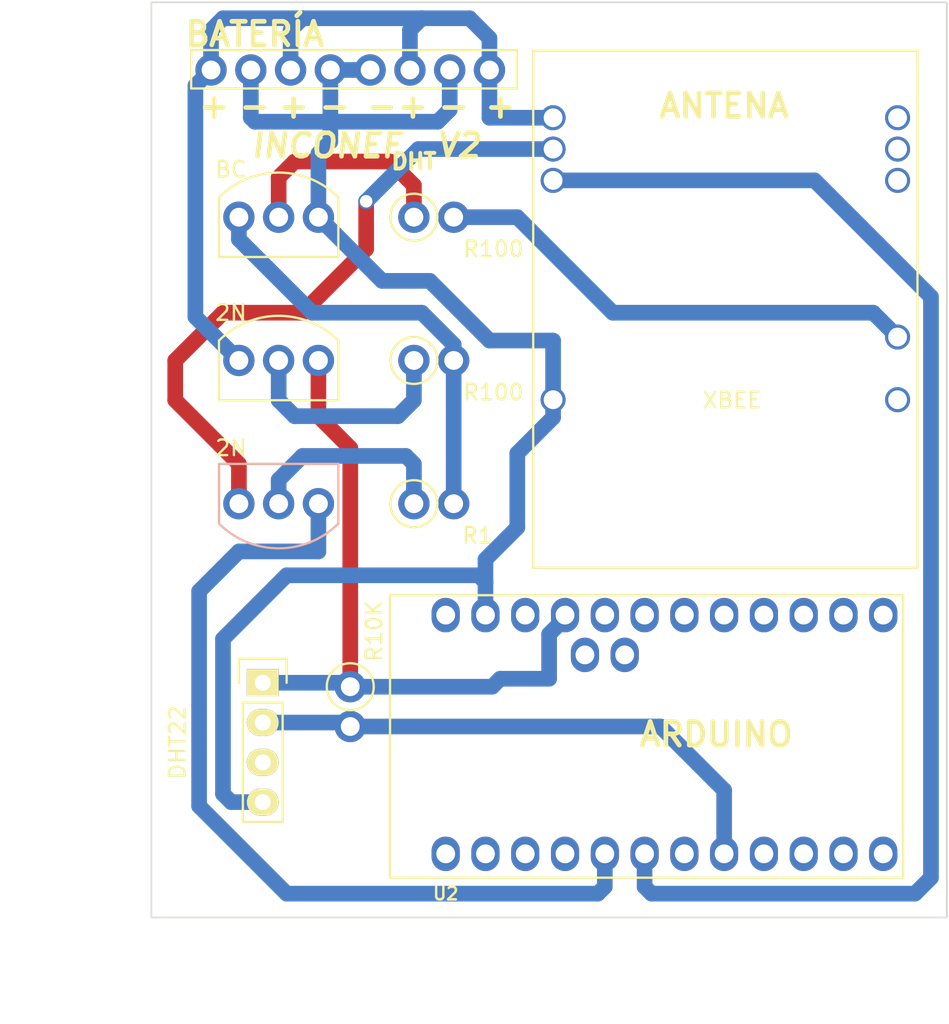
<source format=kicad_pcb>
(kicad_pcb (version 20171130) (host pcbnew "(5.0.2)-1")

  (general
    (thickness 1.6)
    (drawings 21)
    (tracks 119)
    (zones 0)
    (modules 11)
    (nets 39)
  )

  (page A4)
  (layers
    (0 F.Cu signal)
    (31 B.Cu signal)
    (32 B.Adhes user)
    (33 F.Adhes user)
    (34 B.Paste user)
    (35 F.Paste user)
    (36 B.SilkS user)
    (37 F.SilkS user)
    (38 B.Mask user)
    (39 F.Mask user)
    (40 Dwgs.User user)
    (41 Cmts.User user)
    (42 Eco1.User user)
    (43 Eco2.User user)
    (44 Edge.Cuts user)
    (45 Margin user)
    (46 B.CrtYd user)
    (47 F.CrtYd user)
    (48 B.Fab user)
    (49 F.Fab user)
  )

  (setup
    (last_trace_width 1)
    (trace_clearance 0.2)
    (zone_clearance 0.508)
    (zone_45_only no)
    (trace_min 1)
    (segment_width 0.2)
    (edge_width 0.1)
    (via_size 1)
    (via_drill 0.8)
    (via_min_size 0.4)
    (via_min_drill 0.3)
    (uvia_size 0.3)
    (uvia_drill 0.1)
    (uvias_allowed no)
    (uvia_min_size 0.2)
    (uvia_min_drill 0.1)
    (pcb_text_width 0.3)
    (pcb_text_size 1.5 1.5)
    (mod_edge_width 0.15)
    (mod_text_size 1 1)
    (mod_text_width 0.15)
    (pad_size 2 2)
    (pad_drill 0.8)
    (pad_to_mask_clearance 0)
    (solder_mask_min_width 0.25)
    (aux_axis_origin 111.8616 39.116)
    (grid_origin 180.4416 107.696)
    (visible_elements 7FFFFFFF)
    (pcbplotparams
      (layerselection 0x01000_ffffffff)
      (usegerberextensions false)
      (usegerberattributes false)
      (usegerberadvancedattributes false)
      (creategerberjobfile false)
      (excludeedgelayer true)
      (linewidth 0.100000)
      (plotframeref false)
      (viasonmask false)
      (mode 1)
      (useauxorigin false)
      (hpglpennumber 1)
      (hpglpenspeed 20)
      (hpglpendiameter 15.000000)
      (psnegative false)
      (psa4output false)
      (plotreference true)
      (plotvalue true)
      (plotinvisibletext false)
      (padsonsilk false)
      (subtractmaskfromsilk false)
      (outputformat 1)
      (mirror false)
      (drillshape 0)
      (scaleselection 1)
      (outputdirectory "../GERBER DRL 1.0/PCB V2/"))
  )

  (net 0 "")
  (net 1 3.7V)
  (net 2 SENS_DATA)
  (net 3 "Net-(TH1-Pad3)")
  (net 4 GND)
  (net 5 TX_XBEE)
  (net 6 RX_XBEE)
  (net 7 "Net-(U4-Pad5)")
  (net 8 "Net-(U4-Pad6)")
  (net 9 "Net-(U4-Pad7)")
  (net 10 PINOUT_TRANSISTOR)
  (net 11 "Net-(U4-Pad9)")
  (net 12 "Net-(U7-Pad1)")
  (net 13 RX_ARDUINO)
  (net 14 3.7V_OUT-T)
  (net 15 "Net-(U10-Pad2)")
  (net 16 Salida_2T)
  (net 17 "Net-(U5-Pad1)")
  (net 18 "Net-(U2-Pad10)")
  (net 19 "Net-(U2-Pad9)")
  (net 20 "Net-(U2-Pad6)")
  (net 21 "Net-(U2-Pad4)")
  (net 22 "Net-(U2-Pad3)")
  (net 23 "Net-(U2-Pad2)")
  (net 24 "Net-(U2-Pad1)")
  (net 25 "Net-(U2-Pad24)")
  (net 26 "Net-(U2-Pad23)")
  (net 27 "Net-(U2-Pad22)")
  (net 28 "Net-(U2-Pad21)")
  (net 29 "Net-(U2-Pad20)")
  (net 30 "Net-(U2-Pad19)")
  (net 31 "Net-(U2-Pad18)")
  (net 32 "Net-(U2-Pad17)")
  (net 33 "Net-(U2-Pad15)")
  (net 34 "Net-(U2-Pad13)")
  (net 35 "Net-(U2-Pad25)")
  (net 36 "Net-(U2-Pad26)")
  (net 37 "Net-(U2-Pad12)")
  (net 38 "Net-(U2-Pad11)")

  (net_class Default "Esta es la clase de red por defecto."
    (clearance 0.2)
    (trace_width 1)
    (via_dia 1)
    (via_drill 0.8)
    (uvia_dia 0.3)
    (uvia_drill 0.1)
    (add_net 3.7V)
    (add_net 3.7V_OUT-T)
    (add_net GND)
    (add_net "Net-(TH1-Pad3)")
    (add_net "Net-(U10-Pad2)")
    (add_net "Net-(U2-Pad1)")
    (add_net "Net-(U2-Pad10)")
    (add_net "Net-(U2-Pad11)")
    (add_net "Net-(U2-Pad12)")
    (add_net "Net-(U2-Pad13)")
    (add_net "Net-(U2-Pad15)")
    (add_net "Net-(U2-Pad17)")
    (add_net "Net-(U2-Pad18)")
    (add_net "Net-(U2-Pad19)")
    (add_net "Net-(U2-Pad2)")
    (add_net "Net-(U2-Pad20)")
    (add_net "Net-(U2-Pad21)")
    (add_net "Net-(U2-Pad22)")
    (add_net "Net-(U2-Pad23)")
    (add_net "Net-(U2-Pad24)")
    (add_net "Net-(U2-Pad25)")
    (add_net "Net-(U2-Pad26)")
    (add_net "Net-(U2-Pad3)")
    (add_net "Net-(U2-Pad4)")
    (add_net "Net-(U2-Pad6)")
    (add_net "Net-(U2-Pad9)")
    (add_net "Net-(U4-Pad5)")
    (add_net "Net-(U4-Pad6)")
    (add_net "Net-(U4-Pad7)")
    (add_net "Net-(U4-Pad9)")
    (add_net "Net-(U5-Pad1)")
    (add_net "Net-(U7-Pad1)")
    (add_net PINOUT_TRANSISTOR)
    (add_net RX_ARDUINO)
    (add_net RX_XBEE)
    (add_net SENS_DATA)
    (add_net Salida_2T)
    (add_net TX_XBEE)
  )

  (module ProyectoCorcho:XBEE (layer F.Cu) (tedit 5CD94D8D) (tstamp 5CD95BAA)
    (at 135.2296 45.212)
    (path /5CAAFF90)
    (fp_text reference "" (at 13.97 21.59) (layer F.SilkS)
      (effects (font (size 1 1) (thickness 0.15)))
    )
    (fp_text value XBEE (at 12.7 19.304) (layer F.SilkS)
      (effects (font (size 1 1) (thickness 0.15)))
    )
    (fp_line (start 0 -3) (end 24.54 -3) (layer F.SilkS) (width 0.15))
    (fp_line (start 24.54 -3) (end 24.54 30) (layer F.SilkS) (width 0.15))
    (fp_line (start 24.54 30) (end 0 30) (layer F.SilkS) (width 0.15))
    (fp_line (start 0 30) (end 0 -3) (layer F.SilkS) (width 0.15))
    (pad 1 thru_hole circle (at 1.27 1.27) (size 1.6 1.6) (drill 1.2) (layers *.Cu *.Mask)
      (net 1 3.7V))
    (pad 2 thru_hole circle (at 1.27 3.27) (size 1.6 1.6) (drill 1.2) (layers *.Cu *.Mask)
      (net 5 TX_XBEE))
    (pad 3 thru_hole circle (at 1.27 5.27) (size 1.6 1.6) (drill 1.2) (layers *.Cu *.Mask)
      (net 6 RX_XBEE))
    (pad 4 thru_hole circle (at 1.27 19.27) (size 1.6 1.6) (drill 1.2) (layers *.Cu *.Mask)
      (net 4 GND))
    (pad 5 thru_hole circle (at 23.27 1.27) (size 1.6 1.6) (drill 1.2) (layers *.Cu *.Mask)
      (net 7 "Net-(U4-Pad5)"))
    (pad 6 thru_hole circle (at 23.27 3.27) (size 1.6 1.6) (drill 1.2) (layers *.Cu *.Mask)
      (net 8 "Net-(U4-Pad6)"))
    (pad 7 thru_hole circle (at 23.27 5.27) (size 1.6 1.6) (drill 1.2) (layers *.Cu *.Mask)
      (net 9 "Net-(U4-Pad7)"))
    (pad 8 thru_hole circle (at 23.27 15.27) (size 1.6 1.6) (drill 1.2) (layers *.Cu *.Mask)
      (net 10 PINOUT_TRANSISTOR))
    (pad 9 thru_hole circle (at 23.27 19.27) (size 1.6 1.6) (drill 1.2) (layers *.Cu *.Mask)
      (net 11 "Net-(U4-Pad9)"))
  )

  (module ProyectoCorcho:ArduinoProMini (layer F.Cu) (tedit 5CD94CD7) (tstamp 5CD95C19)
    (at 143.6116 85.852)
    (descr "IC, ARDUINO_PRO_MINI x 0,6\"")
    (tags "DIL ARDUINO PRO MINI")
    (path /5CAB0093)
    (fp_text reference U2 (at -13.97 10.16) (layer F.SilkS)
      (effects (font (size 0.8 0.8) (thickness 0.16)))
    )
    (fp_text value "" (at 5.334 -1.524) (layer F.SilkS) hide
      (effects (font (size 2 2) (thickness 0.5)))
    )
    (fp_line (start 15.24 9.144) (end 15.24 -8.89) (layer F.SilkS) (width 0.15))
    (fp_line (start -17.526 -8.89) (end -17.526 9.144) (layer F.SilkS) (width 0.15))
    (fp_line (start 15.24 9.144) (end -17.526 9.144) (layer F.SilkS) (width 0.15))
    (fp_line (start -17.526 -8.89) (end 15.24 -8.89) (layer F.SilkS) (width 0.15))
    (pad 12 thru_hole oval (at -13.97 7.62) (size 1.8 2.19964) (drill 1.2) (layers *.Cu *.Mask)
      (net 37 "Net-(U2-Pad12)"))
    (pad 11 thru_hole oval (at -11.43 7.62) (size 1.8 2.19964) (drill 1.2) (layers *.Cu *.Mask)
      (net 38 "Net-(U2-Pad11)"))
    (pad 10 thru_hole oval (at -8.89 7.62) (size 1.8 2.19964) (drill 1.2) (layers *.Cu *.Mask)
      (net 18 "Net-(U2-Pad10)"))
    (pad 9 thru_hole oval (at -6.35 7.62) (size 1.8 2.19964) (drill 1.2) (layers *.Cu *.Mask)
      (net 19 "Net-(U2-Pad9)"))
    (pad 8 thru_hole oval (at -3.81 7.62) (size 1.8 2.19964) (drill 1.2) (layers *.Cu *.Mask)
      (net 13 RX_ARDUINO))
    (pad 7 thru_hole oval (at -1.27 7.62) (size 1.8 2.19964) (drill 1.2) (layers *.Cu *.Mask)
      (net 6 RX_XBEE))
    (pad 6 thru_hole oval (at 1.27 7.62) (size 1.8 2.19964) (drill 1.2) (layers *.Cu *.Mask)
      (net 20 "Net-(U2-Pad6)"))
    (pad 5 thru_hole oval (at 3.81 7.62) (size 1.8 2.19964) (drill 1.2) (layers *.Cu *.Mask)
      (net 2 SENS_DATA))
    (pad 4 thru_hole oval (at 6.35 7.62) (size 1.8 2.19964) (drill 1.2) (layers *.Cu *.Mask)
      (net 21 "Net-(U2-Pad4)"))
    (pad 3 thru_hole oval (at 8.89 7.62) (size 1.8 2.19964) (drill 1.2) (layers *.Cu *.Mask)
      (net 22 "Net-(U2-Pad3)"))
    (pad 2 thru_hole oval (at 11.43 7.62) (size 1.8 2.19964) (drill 1.2) (layers *.Cu *.Mask)
      (net 23 "Net-(U2-Pad2)"))
    (pad 1 thru_hole oval (at 13.97 7.62) (size 1.8 2.19964) (drill 1.2) (layers *.Cu *.Mask)
      (net 24 "Net-(U2-Pad1)"))
    (pad 24 thru_hole oval (at 13.97 -7.62) (size 1.8 2.19964) (drill 1.2) (layers *.Cu *.Mask)
      (net 25 "Net-(U2-Pad24)"))
    (pad 23 thru_hole oval (at 11.43 -7.62) (size 1.8 2.19964) (drill 1.2) (layers *.Cu *.Mask)
      (net 26 "Net-(U2-Pad23)"))
    (pad 22 thru_hole oval (at 8.89 -7.62) (size 1.8 2.19964) (drill 1.2) (layers *.Cu *.Mask)
      (net 27 "Net-(U2-Pad22)"))
    (pad 21 thru_hole oval (at 6.35 -7.62) (size 1.8 2.19964) (drill 1.2) (layers *.Cu *.Mask)
      (net 28 "Net-(U2-Pad21)"))
    (pad 20 thru_hole oval (at 3.81 -7.62) (size 1.8 2.19964) (drill 1.2) (layers *.Cu *.Mask)
      (net 29 "Net-(U2-Pad20)"))
    (pad 19 thru_hole oval (at 1.27 -7.62) (size 1.8 2.19964) (drill 1.2) (layers *.Cu *.Mask)
      (net 30 "Net-(U2-Pad19)"))
    (pad 18 thru_hole oval (at -1.27 -7.62) (size 1.8 2.19964) (drill 1.2) (layers *.Cu *.Mask)
      (net 31 "Net-(U2-Pad18)"))
    (pad 17 thru_hole oval (at -3.81 -7.62) (size 1.8 2.19964) (drill 1.2) (layers *.Cu *.Mask)
      (net 32 "Net-(U2-Pad17)"))
    (pad 16 thru_hole oval (at -6.35 -7.62) (size 1.8 2.19964) (drill 1.2) (layers *.Cu *.Mask)
      (net 14 3.7V_OUT-T))
    (pad 15 thru_hole oval (at -8.89 -7.62) (size 1.8 2.19964) (drill 1.2) (layers *.Cu *.Mask)
      (net 33 "Net-(U2-Pad15)"))
    (pad 14 thru_hole oval (at -11.43 -7.62) (size 1.8 2.19964) (drill 1.2) (layers *.Cu *.Mask)
      (net 4 GND))
    (pad 13 thru_hole oval (at -13.97 -7.62) (size 1.8 2.19964) (drill 1.2) (layers *.Cu *.Mask)
      (net 34 "Net-(U2-Pad13)"))
    (pad 25 thru_hole oval (at -2.54 -5.08) (size 1.8 2.19964) (drill 1.2) (layers *.Cu *.Mask)
      (net 35 "Net-(U2-Pad25)"))
    (pad 26 thru_hole oval (at -5.08 -5.08) (size 1.8 2.19964) (drill 1.2) (layers *.Cu *.Mask)
      (net 36 "Net-(U2-Pad26)"))
    (model Socket_Strips.3dshapes/Socket_Strip_Straight_1x02_Pitch2.54mm.wrl
      (offset (xyz -3.809999942779541 5.079999923706055 0))
      (scale (xyz 1 1 1))
      (rotate (xyz 0 0 0))
    )
    (model Socket_Strips.3dshapes/Socket_Strip_Straight_1x03_Pitch2.54mm.wrl
      (offset (xyz 13.96999979019165 2.539999961853027 0))
      (scale (xyz 1 1 1))
      (rotate (xyz 0 0 90))
    )
    (model Socket_Strips.3dshapes/Socket_Strip_Straight_1x12_Pitch2.54mm.wrl
      (offset (xyz 0 7.619999885559082 0))
      (scale (xyz 1 1 1))
      (rotate (xyz 0 0 0))
    )
    (model Socket_Strips.3dshapes/Socket_Strip_Straight_1x12_Pitch2.54mm.wrl
      (offset (xyz 0 -7.619999885559082 0))
      (scale (xyz 1 1 1))
      (rotate (xyz 0 0 0))
    )
    (model Socket_Strips.3dshapes/Socket_Strip_Straight_1x02_Pitch2.54mm.wrl
      (offset (xyz 6.349999904632568 5.079999923706055 0))
      (scale (xyz 1 1 1))
      (rotate (xyz 0 0 0))
    )
    (model ${MYSLOCAL}/mysensors.3dshapes/mysensors_arduino.3dshapes/arduino_pro_mini.wrl
      (offset (xyz -1.269999980926514 0 12.19199981689453))
      (scale (xyz 0.395 0.395 0.395))
      (rotate (xyz 0 0 180))
    )
    (model SMD_Packages.3dshapes/TQFP-32.wrl
      (offset (xyz 1.269999980926514 0 13.01749980449676))
      (scale (xyz 1 1 1))
      (rotate (xyz 0 0 315))
    )
    (model Pin_Headers.3dshapes/Pin_Header_Straight_1x12_Pitch2.54mm.wrl
      (offset (xyz 13.96999979019165 -7.619999885559082 11.30299983024597))
      (scale (xyz 1 1 1))
      (rotate (xyz 0 180 90))
    )
    (model Pin_Headers.3dshapes/Pin_Header_Straight_1x12_Pitch2.54mm.wrl
      (offset (xyz 13.96999979019165 7.619999885559082 11.30299983024597))
      (scale (xyz 1 1 1))
      (rotate (xyz 0 180 90))
    )
    (model Pin_Headers.3dshapes/Pin_Header_Straight_1x03_Pitch2.54mm.wrl
      (offset (xyz 13.96999979019165 5.079999923706055 11.30299983024597))
      (scale (xyz 1 1 1))
      (rotate (xyz 0 180 0))
    )
    (model Pin_Headers.3dshapes/Pin_Header_Straight_1x02_Pitch2.54mm.wrl
      (offset (xyz 7.619999885559082 5.079999923706055 11.30299983024597))
      (scale (xyz 1 1 1))
      (rotate (xyz 0 180 90))
    )
    (model Pin_Headers.3dshapes/Pin_Header_Straight_1x02_Pitch2.54mm.wrl
      (offset (xyz -2.539999961853027 5.079999923706055 11.30299983024597))
      (scale (xyz 1 1 1))
      (rotate (xyz 0 180 90))
    )
    (model ${MYSLOCAL}/mysensors.3dshapes/w.lain.3dshapes/smd_leds/led_0603.wrl
      (offset (xyz -7.619999885559082 0 13.01749980449676))
      (scale (xyz 1 1 1))
      (rotate (xyz 0 0 0))
    )
    (model ${MYSLOCAL}/mysensors.3dshapes/w.lain.3dshapes/smd_leds/led_0603.wrl
      (offset (xyz 13.96999979019165 -4.444999933242798 13.01749980449676))
      (scale (xyz 1 1 1))
      (rotate (xyz 0 0 0))
    )
    (model Pin_Headers.3dshapes/Pin_Header_Angled_1x06_Pitch2.54mm.wrl
      (offset (xyz -16.50999975204468 -6.349999904632568 13.01749980449676))
      (scale (xyz 1 1 1))
      (rotate (xyz 0 0 180))
    )
    (model Resistors_SMD.3dshapes/R_0603.wrl
      (offset (xyz -7.619999885559082 -1.269999980926514 13.01749980449676))
      (scale (xyz 1 1 1))
      (rotate (xyz 0 0 0))
    )
    (model Resistors_SMD.3dshapes/R_0603.wrl
      (offset (xyz 13.96999979019165 -3.174999952316284 13.01749980449676))
      (scale (xyz 1 1 1))
      (rotate (xyz 0 0 0))
    )
    (model Capacitors_SMD.3dshapes/C_0603.wrl
      (offset (xyz -7.619999885559082 1.269999980926514 13.01749980449676))
      (scale (xyz 1 1 1))
      (rotate (xyz 0 0 0))
    )
    (model Capacitors_Tantalum_SMD.3dshapes/CP_Tantalum_Case-S_EIA-3216-12.wrl
      (offset (xyz -8.889999866485596 3.809999942779541 13.01749980449676))
      (scale (xyz 1 1 1))
      (rotate (xyz 0 0 0))
    )
    (model Capacitors_Tantalum_SMD.3dshapes/CP_Tantalum_Case-S_EIA-3216-12.wrl
      (offset (xyz -8.889999866485596 -3.809999942779541 13.01749980449676))
      (scale (xyz 1 1 1))
      (rotate (xyz 0 0 0))
    )
    (model TO_SOT_Packages_SMD.3dshapes/SOT-23-5.wrl
      (offset (xyz -10.15999984741211 0 13.01749980449676))
      (scale (xyz 1 1 1))
      (rotate (xyz 0 0 90))
    )
    (model Capacitors_SMD.3dshapes/C_1210.wrl
      (offset (xyz -12.69999980926514 0 13.01749980449676))
      (scale (xyz 1 1 1))
      (rotate (xyz 0 0 90))
    )
    (model ${MYSLOCAL}/mysensors.3dshapes/w.lain.3dshapes/switch/smd_push.wrl
      (offset (xyz 10.15999984741211 0 13.01749980449676))
      (scale (xyz 1 1 1))
      (rotate (xyz 0 0 90))
    )
  )

  (module ProyectoCorcho:PinesBateria (layer F.Cu) (tedit 5CD94C71) (tstamp 5CD95BF7)
    (at 113.3856 42.164)
    (path /5CAB0001)
    (fp_text reference "" (at 11.43 3.81) (layer F.SilkS)
      (effects (font (size 1 1) (thickness 0.15)))
    )
    (fp_text value "" (at 10.16 -1.27) (layer F.Fab)
      (effects (font (size 1 1) (thickness 0.15)))
    )
    (fp_line (start 0 0) (end 20.8 0) (layer F.SilkS) (width 0.15))
    (fp_line (start 20.8 0) (end 20.8 2.45) (layer F.SilkS) (width 0.15))
    (fp_line (start 20.8 2.45) (end 0 2.45) (layer F.SilkS) (width 0.15))
    (fp_line (start 0 2.45) (end 0 0) (layer F.SilkS) (width 0.15))
    (pad 1 thru_hole circle (at 1.27 1.27) (size 2 2) (drill 1.2) (layers *.Cu *.Mask)
      (net 1 3.7V))
    (pad 2 thru_hole circle (at 3.81 1.27) (size 2 2) (drill 1.2) (layers *.Cu *.Mask)
      (net 4 GND))
    (pad 3 thru_hole circle (at 6.35 1.27) (size 2 2) (drill 1.2) (layers *.Cu *.Mask)
      (net 1 3.7V))
    (pad 4 thru_hole circle (at 8.89 1.27) (size 2 2) (drill 1.2) (layers *.Cu *.Mask)
      (net 4 GND))
    (pad 5 thru_hole circle (at 11.43 1.27) (size 2 2) (drill 1.2) (layers *.Cu *.Mask)
      (net 4 GND))
    (pad 6 thru_hole circle (at 13.97 1.27) (size 2 2) (drill 1.2) (layers *.Cu *.Mask)
      (net 1 3.7V))
    (pad 7 thru_hole circle (at 16.51 1.27) (size 2 2) (drill 1.2) (layers *.Cu *.Mask)
      (net 4 GND))
    (pad 8 thru_hole circle (at 19.05 1.27) (size 2 2) (drill 1.2) (layers *.Cu *.Mask)
      (net 1 3.7V))
  )

  (module ProyectoCorcho:ResitenciaVertical (layer F.Cu) (tedit 5CD94D5C) (tstamp 5CD95BE7)
    (at 127.6096 61.976)
    (path /5CAB0154)
    (fp_text reference "" (at 2.54 2.54) (layer F.SilkS)
      (effects (font (size 1 1) (thickness 0.15)))
    )
    (fp_text value R100 (at 5.08 2.032) (layer F.SilkS)
      (effects (font (size 1 1) (thickness 0.15)))
    )
    (fp_circle (center 0 0) (end 1.5 0) (layer F.SilkS) (width 0.15))
    (pad 2 thru_hole circle (at 2.54 0) (size 2 2) (drill 1.2) (layers *.Cu *.Mask)
      (net 16 Salida_2T))
    (pad 1 thru_hole circle (at 0 0) (size 2 2) (drill 1.2) (layers *.Cu *.Mask)
      (net 15 "Net-(U10-Pad2)"))
  )

  (module ProyectoCorcho:ResitenciaVertical (layer F.Cu) (tedit 5CD94CFD) (tstamp 5CD95BE0)
    (at 127.6096 71.12)
    (path /5CAB0275)
    (fp_text reference "" (at 2.54 2.54) (layer F.SilkS)
      (effects (font (size 1 1) (thickness 0.15)))
    )
    (fp_text value R1 (at 4.064 2.032) (layer F.SilkS)
      (effects (font (size 1 1) (thickness 0.15)))
    )
    (fp_circle (center 0 0) (end 1.5 0) (layer F.SilkS) (width 0.15))
    (pad 2 thru_hole circle (at 2.54 0) (size 2 2) (drill 1.2) (layers *.Cu *.Mask)
      (net 16 Salida_2T))
    (pad 1 thru_hole circle (at 0 0) (size 2 2) (drill 1.2) (layers *.Cu *.Mask)
      (net 12 "Net-(U7-Pad1)"))
  )

  (module ProyectoCorcho:ResitenciaVertical (layer F.Cu) (tedit 5CD94D54) (tstamp 5CD95BD9)
    (at 127.6096 52.832)
    (path /5CAB01CC)
    (fp_text reference "" (at 2.54 2.54) (layer F.SilkS)
      (effects (font (size 1 1) (thickness 0.15)))
    )
    (fp_text value R100 (at 5.08 2.032) (layer F.SilkS)
      (effects (font (size 1 1) (thickness 0.15)))
    )
    (fp_circle (center 0 0) (end 1.5 0) (layer F.SilkS) (width 0.15))
    (pad 2 thru_hole circle (at 2.54 0) (size 2 2) (drill 1.2) (layers *.Cu *.Mask)
      (net 10 PINOUT_TRANSISTOR))
    (pad 1 thru_hole circle (at 0 0) (size 2 2) (drill 1.2) (layers *.Cu *.Mask)
      (net 17 "Net-(U5-Pad1)"))
  )

  (module ProyectoCorcho:ResitenciaVertical (layer F.Cu) (tedit 5CD94CB0) (tstamp 5CD95BD2)
    (at 123.5456 82.804 270)
    (path /5CAB25D5)
    (fp_text reference "" (at 2.54 2.54 270) (layer F.SilkS)
      (effects (font (size 1 1) (thickness 0.15)))
    )
    (fp_text value R10K (at -3.556 -1.524 270) (layer F.SilkS)
      (effects (font (size 1 1) (thickness 0.15)))
    )
    (fp_circle (center 0 0) (end 1.5 0) (layer F.SilkS) (width 0.15))
    (pad 1 thru_hole circle (at 0 0 270) (size 2 2) (drill 1.2) (layers *.Cu *.Mask)
      (net 14 3.7V_OUT-T))
    (pad 2 thru_hole circle (at 2.54 0 270) (size 2 2) (drill 1.2) (layers *.Cu *.Mask)
      (net 2 SENS_DATA))
  )

  (module ProyectoCorcho:Transistor (layer F.Cu) (tedit 5CD94D44) (tstamp 5CD95BCB)
    (at 118.9736 52.832)
    (path /5CAB0484)
    (fp_text reference "" (at 0 3.81) (layer F.SilkS)
      (effects (font (size 1 1) (thickness 0.15)))
    )
    (fp_text value BC (at -3.048 -3.048) (layer F.SilkS)
      (effects (font (size 1 1) (thickness 0.15)))
    )
    (fp_line (start 3.81 -1.27) (end 3.81 2.54) (layer F.SilkS) (width 0.15))
    (fp_line (start 3.81 2.54) (end -3.81 2.54) (layer F.SilkS) (width 0.15))
    (fp_line (start -3.81 2.54) (end -3.81 -1.27) (layer F.SilkS) (width 0.15))
    (fp_arc (start 0 2.54) (end -3.81 -1.27) (angle 90) (layer F.SilkS) (width 0.15))
    (pad 1 thru_hole circle (at -2.54 0) (size 2 2) (drill 1.2) (layers *.Cu *.Mask)
      (net 16 Salida_2T))
    (pad 2 thru_hole circle (at 0 0) (size 2 2) (drill 1.2) (layers *.Cu *.Mask)
      (net 17 "Net-(U5-Pad1)"))
    (pad 3 thru_hole circle (at 2.54 0) (size 2 2) (drill 1.2) (layers *.Cu *.Mask)
      (net 4 GND))
  )

  (module ProyectoCorcho:Transistor1 (layer B.Cu) (tedit 5CD94D2E) (tstamp 5CD95BC0)
    (at 118.9736 61.976)
    (path /5CAB0548)
    (fp_text reference "" (at 0 -3.81) (layer F.SilkS)
      (effects (font (size 1 1) (thickness 0.15)))
    )
    (fp_text value 2N (at -3.048 -3.048) (layer F.SilkS)
      (effects (font (size 1 1) (thickness 0.15)))
    )
    (fp_arc (start 0 2.54) (end 3.81 -1.27) (angle -90) (layer F.SilkS) (width 0.15))
    (fp_line (start 3.81 2.54) (end 3.81 -1.27) (layer F.SilkS) (width 0.15))
    (fp_line (start -3.81 2.54) (end 3.81 2.54) (layer F.SilkS) (width 0.15))
    (fp_line (start -3.81 -1.27) (end -3.81 2.54) (layer F.SilkS) (width 0.15))
    (pad 3 thru_hole circle (at 2.54 0) (size 2 2) (drill 1.2) (layers *.Cu *.Mask)
      (net 14 3.7V_OUT-T))
    (pad 2 thru_hole circle (at 0 0) (size 2 2) (drill 1.2) (layers *.Cu *.Mask)
      (net 15 "Net-(U10-Pad2)"))
    (pad 1 thru_hole circle (at -2.54 0) (size 2 2) (drill 1.2) (layers *.Cu *.Mask)
      (net 1 3.7V))
  )

  (module ProyectoCorcho:Transistor1 (layer F.Cu) (tedit 5CD94D16) (tstamp 5CD95BB5)
    (at 118.9736 71.12)
    (path /5CAB0508)
    (fp_text reference "" (at 0 3.81) (layer B.SilkS)
      (effects (font (size 1 1) (thickness 0.15)) (justify mirror))
    )
    (fp_text value 2N (at -3.048 -3.556) (layer F.SilkS)
      (effects (font (size 1 1) (thickness 0.15)))
    )
    (fp_line (start -3.81 1.27) (end -3.81 -2.54) (layer B.SilkS) (width 0.15))
    (fp_line (start -3.81 -2.54) (end 3.81 -2.54) (layer B.SilkS) (width 0.15))
    (fp_line (start 3.81 -2.54) (end 3.81 1.27) (layer B.SilkS) (width 0.15))
    (fp_arc (start 0 -2.54) (end 3.81 1.27) (angle 90) (layer B.SilkS) (width 0.15))
    (pad 1 thru_hole circle (at -2.54 0) (size 2 2) (drill 1.2) (layers *.Cu *.Mask)
      (net 5 TX_XBEE))
    (pad 2 thru_hole circle (at 0 0) (size 2 2) (drill 1.2) (layers *.Cu *.Mask)
      (net 12 "Net-(U7-Pad1)"))
    (pad 3 thru_hole circle (at 2.54 0) (size 2 2) (drill 1.2) (layers *.Cu *.Mask)
      (net 13 RX_ARDUINO))
  )

  (module Sensors:DHT22_Temperature_Humidity (layer F.Cu) (tedit 5CD94C85) (tstamp 5CD95B99)
    (at 117.9576 86.36 270)
    (path /5CAAFEFB)
    (fp_text reference "" (at 0 7.35 270) (layer F.SilkS)
      (effects (font (size 1 1) (thickness 0.15)))
    )
    (fp_text value DHT22 (at 0 5.445 270) (layer F.SilkS)
      (effects (font (size 1 1) (thickness 0.15)))
    )
    (fp_line (start -2.54 1.27) (end -2.54 -1.27) (layer F.SilkS) (width 0.15))
    (fp_line (start 5.08 1.27) (end -2.54 1.27) (layer F.SilkS) (width 0.15))
    (fp_line (start 5.08 -1.27) (end 5.08 1.27) (layer F.SilkS) (width 0.15))
    (fp_line (start -2.54 -1.27) (end 5.08 -1.27) (layer F.SilkS) (width 0.15))
    (fp_line (start -5.334 1.524) (end -3.81 1.524) (layer F.SilkS) (width 0.15))
    (fp_line (start -5.334 -1.524) (end -5.334 1.524) (layer F.SilkS) (width 0.15))
    (fp_line (start -3.81 -1.524) (end -5.334 -1.524) (layer F.SilkS) (width 0.15))
    (fp_line (start -7.62 4.3) (end 7.62 4.3) (layer B.CrtYd) (width 0.15))
    (fp_line (start -7.62 -3.3) (end -7.62 4.3) (layer B.CrtYd) (width 0.15))
    (fp_line (start 7.62 -3.3) (end 7.62 4.3) (layer B.CrtYd) (width 0.15))
    (fp_line (start -7.62 -3.3) (end 7.62 -3.3) (layer B.CrtYd) (width 0.15))
    (fp_line (start -7.62 -2) (end 7.62 -2) (layer B.CrtYd) (width 0.15))
    (pad 1 thru_hole rect (at -3.81 0) (size 2.032 1.7272) (drill 1.016) (layers *.Cu *.Mask F.SilkS)
      (net 14 3.7V_OUT-T))
    (pad 2 thru_hole oval (at -1.27 0) (size 2.032 1.7272) (drill 1.016) (layers *.Cu *.Mask F.SilkS)
      (net 2 SENS_DATA))
    (pad 3 thru_hole oval (at 1.27 0) (size 2.032 1.7272) (drill 1.016) (layers *.Cu *.Mask F.SilkS)
      (net 3 "Net-(TH1-Pad3)"))
    (pad 4 thru_hole oval (at 3.81 0) (size 2.032 1.7272) (drill 1.016) (layers *.Cu *.Mask F.SilkS)
      (net 4 GND))
  )

  (dimension 58.42 (width 0.3) (layer Dwgs.User)
    (gr_text "58,420 mm" (at 106.7136 68.326 270) (layer Dwgs.User)
      (effects (font (size 1.5 1.5) (thickness 0.3)))
    )
    (feature1 (pts (xy 110.8456 97.536) (xy 108.227179 97.536)))
    (feature2 (pts (xy 110.8456 39.116) (xy 108.227179 39.116)))
    (crossbar (pts (xy 108.8136 39.116) (xy 108.8136 97.536)))
    (arrow1a (pts (xy 108.8136 97.536) (xy 108.227179 96.409496)))
    (arrow1b (pts (xy 108.8136 97.536) (xy 109.400021 96.409496)))
    (arrow2a (pts (xy 108.8136 39.116) (xy 108.227179 40.242504)))
    (arrow2b (pts (xy 108.8136 39.116) (xy 109.400021 40.242504)))
  )
  (dimension 50.8 (width 0.3) (layer Dwgs.User)
    (gr_text "50,800 mm" (at 136.2456 105.732) (layer Dwgs.User)
      (effects (font (size 1.5 1.5) (thickness 0.3)))
    )
    (feature1 (pts (xy 110.8456 97.536) (xy 110.8456 104.218421)))
    (feature2 (pts (xy 161.6456 97.536) (xy 161.6456 104.218421)))
    (crossbar (pts (xy 161.6456 103.632) (xy 110.8456 103.632)))
    (arrow1a (pts (xy 110.8456 103.632) (xy 111.972104 103.045579)))
    (arrow1b (pts (xy 110.8456 103.632) (xy 111.972104 104.218421)))
    (arrow2a (pts (xy 161.6456 103.632) (xy 160.519096 103.045579)))
    (arrow2b (pts (xy 161.6456 103.632) (xy 160.519096 104.218421)))
  )
  (gr_text DHT (at 127.6096 49.276) (layer F.SilkS)
    (effects (font (size 1 1) (thickness 0.25)))
  )
  (gr_text "INCONEF  V2" (at 124.5616 48.26) (layer F.SilkS)
    (effects (font (size 1.5 1.5) (thickness 0.3) italic))
  )
  (gr_text BATERÍA (at 117.4496 41.148) (layer F.SilkS)
    (effects (font (size 1.5 1.5) (thickness 0.3)))
  )
  (gr_text - (at 130.1496 45.72) (layer F.SilkS)
    (effects (font (size 1.5 1.5) (thickness 0.3)))
  )
  (gr_text "- -" (at 124.0536 45.72) (layer F.SilkS)
    (effects (font (size 1.5 1.5) (thickness 0.3)))
  )
  (gr_text "-\n" (at 117.4496 45.72) (layer F.SilkS)
    (effects (font (size 1.5 1.5) (thickness 0.3)))
  )
  (gr_text "+ " (at 133.7056 45.72) (layer F.SilkS) (tstamp 5CD96571)
    (effects (font (size 1.5 1.5) (thickness 0.3)))
  )
  (gr_text "+ " (at 128.1176 45.72) (layer F.SilkS) (tstamp 5CD96571)
    (effects (font (size 1.5 1.5) (thickness 0.3)))
  )
  (gr_text "+ " (at 120.4976 45.72) (layer F.SilkS) (tstamp 5CD96571)
    (effects (font (size 1.5 1.5) (thickness 0.3)))
  )
  (gr_text "+ " (at 115.4176 45.72) (layer F.SilkS)
    (effects (font (size 1.5 1.5) (thickness 0.3)))
  )
  (gr_text "ARDUINO\n" (at 146.9136 85.852) (layer F.SilkS)
    (effects (font (size 1.5 1.5) (thickness 0.3)))
  )
  (gr_text ANTENA (at 147.4216 45.72) (layer F.SilkS)
    (effects (font (size 1.5 1.5) (thickness 0.3)))
  )
  (gr_line (start 161.1376 97.536) (end 161.6456 97.536) (layer Edge.Cuts) (width 0.1))
  (gr_line (start 110.8456 39.116) (end 111.3536 39.116) (layer Edge.Cuts) (width 0.1))
  (gr_line (start 110.8456 97.536) (end 111.8616 97.536) (layer Edge.Cuts) (width 0.1))
  (gr_line (start 110.8456 39.116) (end 110.8456 97.536) (layer Edge.Cuts) (width 0.1))
  (gr_line (start 161.3916 97.536) (end 111.8616 97.536) (layer Edge.Cuts) (width 0.1))
  (gr_line (start 161.6456 39.116) (end 161.6456 97.536) (layer Edge.Cuts) (width 0.1))
  (gr_line (start 111.3536 39.116) (end 161.6456 39.116) (layer Edge.Cuts) (width 0.1))

  (segment (start 115.433601 60.976001) (end 116.4336 61.976) (width 1) (layer B.Cu) (net 1))
  (segment (start 113.655601 59.198001) (end 115.433601 60.976001) (width 1) (layer B.Cu) (net 1))
  (segment (start 113.655601 44.433999) (end 113.655601 59.198001) (width 1) (layer B.Cu) (net 1))
  (segment (start 114.6556 43.434) (end 113.655601 44.433999) (width 1) (layer B.Cu) (net 1))
  (segment (start 132.4356 43.434) (end 132.4356 46.482) (width 1) (layer B.Cu) (net 1))
  (segment (start 132.4356 46.482) (end 136.4996 46.482) (width 1) (layer B.Cu) (net 1))
  (segment (start 132.4356 43.434) (end 132.4356 41.402) (width 1) (layer B.Cu) (net 1))
  (segment (start 132.4356 41.402) (end 131.1656 40.132) (width 1) (layer B.Cu) (net 1))
  (segment (start 131.1656 40.132) (end 128.1176 40.132) (width 1) (layer B.Cu) (net 1))
  (segment (start 127.3556 40.894) (end 127.3556 43.434) (width 1) (layer B.Cu) (net 1))
  (segment (start 128.1176 40.132) (end 127.3556 40.894) (width 1) (layer B.Cu) (net 1))
  (segment (start 128.1176 40.132) (end 120.4976 40.132) (width 1) (layer B.Cu) (net 1))
  (segment (start 119.7356 40.894) (end 119.7356 43.434) (width 1) (layer B.Cu) (net 1))
  (segment (start 120.4976 40.132) (end 119.7356 40.894) (width 1) (layer B.Cu) (net 1))
  (segment (start 120.4976 40.132) (end 115.4176 40.132) (width 1) (layer B.Cu) (net 1))
  (segment (start 114.6556 40.894) (end 114.6556 43.434) (width 1) (layer B.Cu) (net 1))
  (segment (start 115.4176 40.132) (end 114.6556 40.894) (width 1) (layer B.Cu) (net 1))
  (segment (start 123.2916 85.09) (end 123.5456 85.344) (width 1) (layer B.Cu) (net 2))
  (segment (start 117.9576 85.09) (end 123.2916 85.09) (width 1) (layer B.Cu) (net 2))
  (segment (start 147.4216 93.27218) (end 147.4216 93.472) (width 1) (layer B.Cu) (net 2))
  (segment (start 147.4216 89.408) (end 147.4216 93.472) (width 1) (layer B.Cu) (net 2))
  (segment (start 123.5456 85.344) (end 143.3576 85.344) (width 1) (layer B.Cu) (net 2))
  (segment (start 143.3576 85.344) (end 147.4216 89.408) (width 1) (layer B.Cu) (net 2))
  (segment (start 122.2756 43.434) (end 124.8156 43.434) (width 1) (layer B.Cu) (net 4))
  (segment (start 136.4996 60.706) (end 136.4996 64.482) (width 1) (layer B.Cu) (net 4))
  (segment (start 121.5136 52.832) (end 123.213601 54.532001) (width 1) (layer B.Cu) (net 4))
  (segment (start 136.4996 60.706) (end 132.4356 60.706) (width 1) (layer B.Cu) (net 4))
  (segment (start 132.4356 60.706) (end 128.6256 56.896) (width 1) (layer B.Cu) (net 4))
  (segment (start 125.5776 56.896) (end 121.5136 52.832) (width 1) (layer B.Cu) (net 4))
  (segment (start 128.6256 56.896) (end 125.5776 56.896) (width 1) (layer B.Cu) (net 4))
  (segment (start 117.9576 90.17) (end 117.7036 90.17) (width 1) (layer B.Cu) (net 4))
  (segment (start 132.1816 78.03218) (end 132.1816 78.232) (width 1) (layer B.Cu) (net 4))
  (segment (start 121.5136 52.832) (end 121.5136 48.768) (width 1) (layer B.Cu) (net 4))
  (segment (start 121.5136 48.768) (end 122.2756 48.006) (width 1) (layer B.Cu) (net 4))
  (segment (start 129.8956 43.434) (end 129.8956 45.974) (width 1) (layer B.Cu) (net 4))
  (segment (start 129.1336 46.736) (end 122.2756 46.736) (width 1) (layer B.Cu) (net 4))
  (segment (start 129.8956 45.974) (end 129.1336 46.736) (width 1) (layer B.Cu) (net 4))
  (segment (start 122.2756 48.006) (end 122.2756 46.736) (width 1) (layer B.Cu) (net 4))
  (segment (start 122.2756 46.736) (end 122.2756 43.434) (width 1) (layer B.Cu) (net 4))
  (segment (start 122.2756 46.736) (end 117.4496 46.736) (width 1) (layer B.Cu) (net 4))
  (segment (start 117.1956 46.482) (end 117.1956 43.434) (width 1) (layer B.Cu) (net 4))
  (segment (start 117.4496 46.736) (end 117.1956 46.482) (width 1) (layer B.Cu) (net 4))
  (segment (start 132.1816 76.13218) (end 131.74142 75.692) (width 1) (layer B.Cu) (net 4))
  (segment (start 132.1816 78.232) (end 132.1816 76.13218) (width 1) (layer B.Cu) (net 4))
  (segment (start 115.9416 90.17) (end 117.9576 90.17) (width 1) (layer B.Cu) (net 4))
  (segment (start 115.4176 89.646) (end 115.9416 90.17) (width 1) (layer B.Cu) (net 4))
  (segment (start 115.4176 79.756) (end 115.4176 89.646) (width 1) (layer B.Cu) (net 4))
  (segment (start 131.74142 75.692) (end 119.4816 75.692) (width 1) (layer B.Cu) (net 4))
  (segment (start 119.4816 75.692) (end 115.4176 79.756) (width 1) (layer B.Cu) (net 4))
  (segment (start 132.1816 74.676) (end 134.2136 72.644) (width 1) (layer B.Cu) (net 4))
  (segment (start 132.1816 76.13218) (end 132.1816 74.676) (width 1) (layer B.Cu) (net 4))
  (segment (start 134.2136 67.89937) (end 134.2136 72.644) (width 1) (layer B.Cu) (net 4))
  (segment (start 136.4996 65.61337) (end 134.2136 67.89937) (width 1) (layer B.Cu) (net 4))
  (segment (start 136.4996 64.482) (end 136.4996 65.61337) (width 1) (layer B.Cu) (net 4))
  (segment (start 136.4996 48.482) (end 127.8956 48.482) (width 1) (layer B.Cu) (net 5))
  (segment (start 127.8956 48.482) (end 124.5616 51.816) (width 1) (layer B.Cu) (net 5))
  (segment (start 124.5616 51.816) (end 124.5616 51.816) (width 1) (layer B.Cu) (net 5) (tstamp 5CD96612))
  (via (at 124.5616 51.816) (size 1) (drill 0.8) (layers F.Cu B.Cu) (net 5))
  (segment (start 124.5616 51.816) (end 124.5616 54.864) (width 1) (layer F.Cu) (net 5))
  (segment (start 124.5616 54.864) (end 120.4976 58.928) (width 1) (layer F.Cu) (net 5))
  (segment (start 120.4976 58.928) (end 115.4176 58.928) (width 1) (layer F.Cu) (net 5))
  (segment (start 115.4176 58.928) (end 112.3696 61.976) (width 1) (layer F.Cu) (net 5))
  (segment (start 112.3696 61.976) (end 112.3696 64.516) (width 1) (layer F.Cu) (net 5))
  (segment (start 116.4336 68.58) (end 116.4336 71.12) (width 1) (layer F.Cu) (net 5))
  (segment (start 112.3696 64.516) (end 116.4336 68.58) (width 1) (layer F.Cu) (net 5))
  (segment (start 142.3416 95.57182) (end 142.3416 93.472) (width 1) (layer B.Cu) (net 6))
  (segment (start 142.78178 96.012) (end 142.3416 95.57182) (width 1) (layer B.Cu) (net 6))
  (segment (start 160.6296 57.912) (end 160.6296 94.996) (width 1) (layer B.Cu) (net 6))
  (segment (start 136.4996 50.482) (end 153.1996 50.482) (width 1) (layer B.Cu) (net 6))
  (segment (start 153.1996 50.482) (end 160.6296 57.912) (width 1) (layer B.Cu) (net 6))
  (segment (start 160.6296 94.996) (end 159.6136 96.012) (width 1) (layer B.Cu) (net 6))
  (segment (start 159.6136 96.012) (end 142.78178 96.012) (width 1) (layer B.Cu) (net 6))
  (segment (start 130.1496 52.832) (end 134.2136 52.832) (width 1) (layer B.Cu) (net 10))
  (segment (start 134.2136 52.832) (end 140.3096 58.928) (width 1) (layer B.Cu) (net 10))
  (segment (start 156.9456 58.928) (end 158.4996 60.482) (width 1) (layer B.Cu) (net 10))
  (segment (start 140.3096 58.928) (end 156.9456 58.928) (width 1) (layer B.Cu) (net 10))
  (segment (start 118.9736 71.12) (end 118.9736 69.596) (width 1) (layer B.Cu) (net 12))
  (segment (start 118.9736 69.596) (end 120.4976 68.072) (width 1) (layer B.Cu) (net 12))
  (segment (start 120.4976 68.072) (end 127.1016 68.072) (width 1) (layer B.Cu) (net 12))
  (segment (start 127.6096 68.58) (end 127.6096 71.12) (width 1) (layer B.Cu) (net 12))
  (segment (start 127.1016 68.072) (end 127.6096 68.58) (width 1) (layer B.Cu) (net 12))
  (segment (start 139.8016 93.67182) (end 139.8016 93.472) (width 1) (layer B.Cu) (net 13))
  (segment (start 121.5136 74.168) (end 121.5136 71.12) (width 1) (layer B.Cu) (net 13))
  (segment (start 116.4336 74.168) (end 121.5136 74.168) (width 1) (layer B.Cu) (net 13))
  (segment (start 139.8016 93.472) (end 139.8016 95.57182) (width 1) (layer B.Cu) (net 13))
  (segment (start 139.8016 95.57182) (end 139.36142 96.012) (width 1) (layer B.Cu) (net 13))
  (segment (start 139.36142 96.012) (end 119.4816 96.012) (width 1) (layer B.Cu) (net 13))
  (segment (start 113.8936 90.424) (end 113.8936 76.708) (width 1) (layer B.Cu) (net 13))
  (segment (start 119.4816 96.012) (end 113.8936 90.424) (width 1) (layer B.Cu) (net 13))
  (segment (start 113.8936 76.708) (end 116.4336 74.168) (width 1) (layer B.Cu) (net 13))
  (segment (start 123.2916 82.55) (end 123.5456 82.804) (width 1) (layer B.Cu) (net 14))
  (segment (start 117.9576 82.55) (end 123.2916 82.55) (width 1) (layer B.Cu) (net 14))
  (segment (start 124.959813 82.804) (end 123.5456 82.804) (width 1) (layer B.Cu) (net 14))
  (segment (start 132.612175 82.804) (end 124.959813 82.804) (width 1) (layer B.Cu) (net 14))
  (segment (start 137.2616 78.232) (end 137.184175 78.232) (width 1) (layer B.Cu) (net 14))
  (segment (start 121.5136 61.976) (end 121.5136 65.532) (width 1) (layer F.Cu) (net 14))
  (segment (start 121.5136 65.532) (end 123.5456 67.564) (width 1) (layer F.Cu) (net 14))
  (segment (start 123.5456 67.564) (end 123.5456 82.804) (width 1) (layer F.Cu) (net 14))
  (segment (start 137.2616 78.43182) (end 136.2456 79.44782) (width 1) (layer B.Cu) (net 14))
  (segment (start 137.2616 78.232) (end 137.2616 78.43182) (width 1) (layer B.Cu) (net 14))
  (segment (start 136.2456 79.44782) (end 136.2456 82.296) (width 1) (layer B.Cu) (net 14))
  (segment (start 133.120175 82.296) (end 132.612175 82.804) (width 1) (layer B.Cu) (net 14))
  (segment (start 136.2456 82.296) (end 133.120175 82.296) (width 1) (layer B.Cu) (net 14))
  (segment (start 118.9736 61.976) (end 118.9736 64.516) (width 1) (layer B.Cu) (net 15))
  (segment (start 118.9736 64.516) (end 119.9896 65.532) (width 1) (layer B.Cu) (net 15))
  (segment (start 119.9896 65.532) (end 126.5936 65.532) (width 1) (layer B.Cu) (net 15))
  (segment (start 127.6096 64.516) (end 127.6096 61.976) (width 1) (layer B.Cu) (net 15))
  (segment (start 126.5936 65.532) (end 127.6096 64.516) (width 1) (layer B.Cu) (net 15))
  (segment (start 130.1496 61.976) (end 130.1496 71.12) (width 1) (layer B.Cu) (net 16))
  (segment (start 116.4336 54.246213) (end 116.4336 52.832) (width 1) (layer B.Cu) (net 16))
  (segment (start 121.115387 58.928) (end 116.4336 54.246213) (width 1) (layer B.Cu) (net 16))
  (segment (start 128.1176 58.928) (end 121.115387 58.928) (width 1) (layer B.Cu) (net 16))
  (segment (start 130.1496 61.976) (end 130.1496 60.96) (width 1) (layer B.Cu) (net 16))
  (segment (start 130.1496 60.96) (end 128.1176 58.928) (width 1) (layer B.Cu) (net 16))
  (segment (start 118.9736 52.832) (end 118.9736 50.292) (width 1) (layer F.Cu) (net 17))
  (segment (start 118.9736 50.292) (end 119.9896 49.276) (width 1) (layer F.Cu) (net 17))
  (segment (start 119.9896 49.276) (end 126.0856 49.276) (width 1) (layer F.Cu) (net 17))
  (segment (start 127.6096 50.8) (end 127.6096 52.832) (width 1) (layer F.Cu) (net 17))
  (segment (start 126.0856 49.276) (end 127.6096 50.8) (width 1) (layer F.Cu) (net 17))

)

</source>
